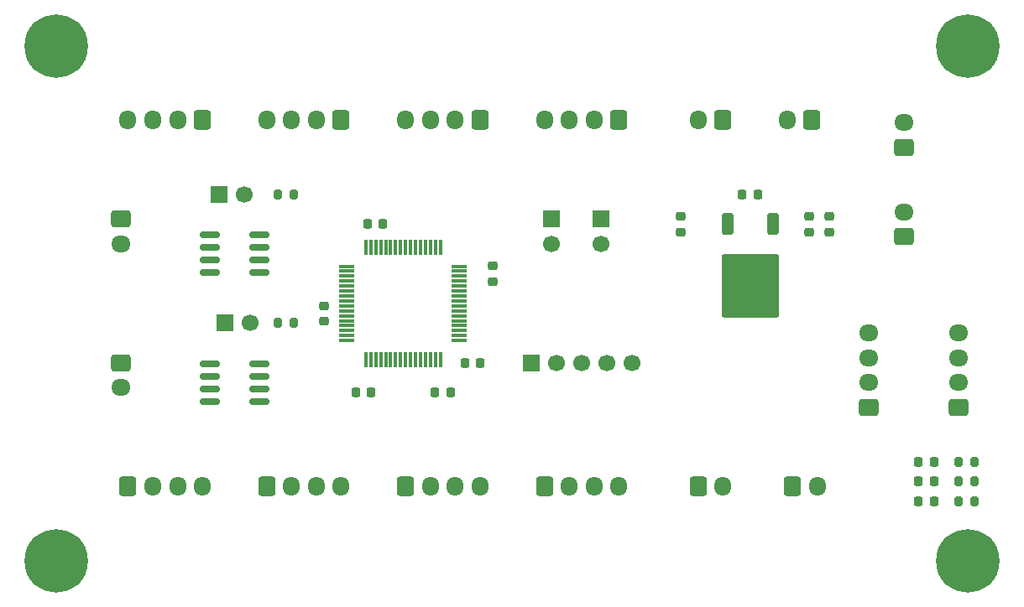
<source format=gbr>
%TF.GenerationSoftware,KiCad,Pcbnew,9.0.1*%
%TF.CreationDate,2025-05-30T13:12:11+09:00*%
%TF.ProjectId,Altair_MDD_V3,416c7461-6972-45f4-9d44-445f56332e6b,rev?*%
%TF.SameCoordinates,Original*%
%TF.FileFunction,Soldermask,Top*%
%TF.FilePolarity,Negative*%
%FSLAX46Y46*%
G04 Gerber Fmt 4.6, Leading zero omitted, Abs format (unit mm)*
G04 Created by KiCad (PCBNEW 9.0.1) date 2025-05-30 13:12:11*
%MOMM*%
%LPD*%
G01*
G04 APERTURE LIST*
G04 Aperture macros list*
%AMRoundRect*
0 Rectangle with rounded corners*
0 $1 Rounding radius*
0 $2 $3 $4 $5 $6 $7 $8 $9 X,Y pos of 4 corners*
0 Add a 4 corners polygon primitive as box body*
4,1,4,$2,$3,$4,$5,$6,$7,$8,$9,$2,$3,0*
0 Add four circle primitives for the rounded corners*
1,1,$1+$1,$2,$3*
1,1,$1+$1,$4,$5*
1,1,$1+$1,$6,$7*
1,1,$1+$1,$8,$9*
0 Add four rect primitives between the rounded corners*
20,1,$1+$1,$2,$3,$4,$5,0*
20,1,$1+$1,$4,$5,$6,$7,0*
20,1,$1+$1,$6,$7,$8,$9,0*
20,1,$1+$1,$8,$9,$2,$3,0*%
G04 Aperture macros list end*
%ADD10RoundRect,0.225000X0.250000X-0.225000X0.250000X0.225000X-0.250000X0.225000X-0.250000X-0.225000X0*%
%ADD11RoundRect,0.250000X0.600000X0.725000X-0.600000X0.725000X-0.600000X-0.725000X0.600000X-0.725000X0*%
%ADD12O,1.700000X1.950000*%
%ADD13RoundRect,0.218750X0.218750X0.256250X-0.218750X0.256250X-0.218750X-0.256250X0.218750X-0.256250X0*%
%ADD14R,1.700000X1.700000*%
%ADD15C,1.700000*%
%ADD16RoundRect,0.150000X0.825000X0.150000X-0.825000X0.150000X-0.825000X-0.150000X0.825000X-0.150000X0*%
%ADD17RoundRect,0.250000X0.725000X-0.600000X0.725000X0.600000X-0.725000X0.600000X-0.725000X-0.600000X0*%
%ADD18O,1.950000X1.700000*%
%ADD19RoundRect,0.200000X0.200000X0.275000X-0.200000X0.275000X-0.200000X-0.275000X0.200000X-0.275000X0*%
%ADD20RoundRect,0.225000X-0.250000X0.225000X-0.250000X-0.225000X0.250000X-0.225000X0.250000X0.225000X0*%
%ADD21RoundRect,0.225000X0.225000X0.250000X-0.225000X0.250000X-0.225000X-0.250000X0.225000X-0.250000X0*%
%ADD22RoundRect,0.250000X-0.600000X-0.725000X0.600000X-0.725000X0.600000X0.725000X-0.600000X0.725000X0*%
%ADD23C,0.800000*%
%ADD24C,6.400000*%
%ADD25RoundRect,0.250000X-0.350000X0.850000X-0.350000X-0.850000X0.350000X-0.850000X0.350000X0.850000X0*%
%ADD26RoundRect,0.249997X-2.650003X2.950003X-2.650003X-2.950003X2.650003X-2.950003X2.650003X2.950003X0*%
%ADD27RoundRect,0.075000X-0.700000X-0.075000X0.700000X-0.075000X0.700000X0.075000X-0.700000X0.075000X0*%
%ADD28RoundRect,0.075000X-0.075000X-0.700000X0.075000X-0.700000X0.075000X0.700000X-0.075000X0.700000X0*%
%ADD29RoundRect,0.225000X-0.225000X-0.250000X0.225000X-0.250000X0.225000X0.250000X-0.225000X0.250000X0*%
%ADD30RoundRect,0.250000X-0.725000X0.600000X-0.725000X-0.600000X0.725000X-0.600000X0.725000X0.600000X0*%
%ADD31RoundRect,0.200000X-0.200000X-0.275000X0.200000X-0.275000X0.200000X0.275000X-0.200000X0.275000X0*%
G04 APERTURE END LIST*
D10*
%TO.C,C4*%
X101000000Y-71775000D03*
X101000000Y-70225000D03*
%TD*%
D11*
%TO.C,J13*%
X102750000Y-51500000D03*
D12*
X100250000Y-51500000D03*
X97750000Y-51500000D03*
X95250000Y-51500000D03*
%TD*%
D13*
%TO.C,D1*%
X162575000Y-86000000D03*
X161000000Y-86000000D03*
%TD*%
D14*
%TO.C,J2*%
X129000000Y-61460000D03*
D15*
X129000000Y-64000000D03*
%TD*%
D16*
%TO.C,U3*%
X94475000Y-79905000D03*
X94475000Y-78635000D03*
X94475000Y-77365000D03*
X94475000Y-76095000D03*
X89525000Y-76095000D03*
X89525000Y-77365000D03*
X89525000Y-78635000D03*
X89525000Y-79905000D03*
%TD*%
D17*
%TO.C,J6*%
X159500000Y-54250000D03*
D18*
X159500000Y-51750000D03*
%TD*%
D19*
%TO.C,R1*%
X166650000Y-86000000D03*
X165000000Y-86000000D03*
%TD*%
D13*
%TO.C,D2*%
X144787500Y-59000000D03*
X143212500Y-59000000D03*
%TD*%
D19*
%TO.C,R5*%
X166650000Y-90000000D03*
X165000000Y-90000000D03*
%TD*%
%TO.C,R4*%
X166650000Y-88000000D03*
X165000000Y-88000000D03*
%TD*%
D20*
%TO.C,C6*%
X118000000Y-66225000D03*
X118000000Y-67775000D03*
%TD*%
D11*
%TO.C,J11*%
X150250000Y-51500000D03*
D12*
X147750000Y-51500000D03*
%TD*%
D21*
%TO.C,C1*%
X113775000Y-79000000D03*
X112225000Y-79000000D03*
%TD*%
D11*
%TO.C,J10*%
X141250000Y-51500000D03*
D12*
X138750000Y-51500000D03*
%TD*%
D22*
%TO.C,J20*%
X81250000Y-88500000D03*
D12*
X83750000Y-88500000D03*
X86250000Y-88500000D03*
X88750000Y-88500000D03*
%TD*%
D11*
%TO.C,J14*%
X116750000Y-51500000D03*
D12*
X114250000Y-51500000D03*
X111750000Y-51500000D03*
X109250000Y-51500000D03*
%TD*%
D23*
%TO.C,H2*%
X71600000Y-44000000D03*
X72302944Y-42302944D03*
X72302944Y-45697056D03*
X74000000Y-41600000D03*
D24*
X74000000Y-44000000D03*
D23*
X74000000Y-46400000D03*
X75697056Y-42302944D03*
X75697056Y-45697056D03*
X76400000Y-44000000D03*
%TD*%
D17*
%TO.C,J18*%
X165000000Y-80500000D03*
D18*
X165000000Y-78000000D03*
X165000000Y-75500000D03*
X165000000Y-73000000D03*
%TD*%
D20*
%TO.C,C7*%
X152000000Y-61225000D03*
X152000000Y-62775000D03*
%TD*%
D22*
%TO.C,J23*%
X123250000Y-88500000D03*
D12*
X125750000Y-88500000D03*
X128250000Y-88500000D03*
X130750000Y-88500000D03*
%TD*%
D14*
%TO.C,J4*%
X90460000Y-59000000D03*
D15*
X93000000Y-59000000D03*
%TD*%
D21*
%TO.C,C3*%
X105775000Y-79000000D03*
X104225000Y-79000000D03*
%TD*%
D17*
%TO.C,J19*%
X156000000Y-80500000D03*
D18*
X156000000Y-78000000D03*
X156000000Y-75500000D03*
X156000000Y-73000000D03*
%TD*%
D14*
%TO.C,J1*%
X124000000Y-61460000D03*
D15*
X124000000Y-64000000D03*
%TD*%
D22*
%TO.C,J9*%
X148300000Y-88500000D03*
D12*
X150800000Y-88500000D03*
%TD*%
D11*
%TO.C,J15*%
X130750000Y-51500000D03*
D12*
X128250000Y-51500000D03*
X125750000Y-51500000D03*
X123250000Y-51500000D03*
%TD*%
D25*
%TO.C,U4*%
X146280000Y-61960000D03*
D26*
X144000000Y-68260000D03*
D25*
X141720000Y-61960000D03*
%TD*%
D23*
%TO.C,H1*%
X71600000Y-96000000D03*
X72302944Y-94302944D03*
X72302944Y-97697056D03*
X74000000Y-93600000D03*
D24*
X74000000Y-96000000D03*
D23*
X74000000Y-98400000D03*
X75697056Y-94302944D03*
X75697056Y-97697056D03*
X76400000Y-96000000D03*
%TD*%
D14*
%TO.C,J5*%
X91000000Y-72000000D03*
D15*
X93540000Y-72000000D03*
%TD*%
D22*
%TO.C,J21*%
X95250000Y-88500000D03*
D12*
X97750000Y-88500000D03*
X100250000Y-88500000D03*
X102750000Y-88500000D03*
%TD*%
D22*
%TO.C,J22*%
X109250000Y-88500000D03*
D12*
X111750000Y-88500000D03*
X114250000Y-88500000D03*
X116750000Y-88500000D03*
%TD*%
D22*
%TO.C,J8*%
X138750000Y-88500000D03*
D12*
X141250000Y-88500000D03*
%TD*%
D23*
%TO.C,H4*%
X163600000Y-96000000D03*
X164302944Y-94302944D03*
X164302944Y-97697056D03*
X166000000Y-93600000D03*
D24*
X166000000Y-96000000D03*
D23*
X166000000Y-98400000D03*
X167697056Y-94302944D03*
X167697056Y-97697056D03*
X168400000Y-96000000D03*
%TD*%
D27*
%TO.C,U1*%
X103325000Y-66250000D03*
X103325000Y-66750000D03*
X103325000Y-67250000D03*
X103325000Y-67750000D03*
X103325000Y-68250000D03*
X103325000Y-68750000D03*
X103325000Y-69250000D03*
X103325000Y-69750000D03*
X103325000Y-70250000D03*
X103325000Y-70750000D03*
X103325000Y-71250000D03*
X103325000Y-71750000D03*
X103325000Y-72250000D03*
X103325000Y-72750000D03*
X103325000Y-73250000D03*
X103325000Y-73750000D03*
D28*
X105250000Y-75675000D03*
X105750000Y-75675000D03*
X106250000Y-75675000D03*
X106750000Y-75675000D03*
X107250000Y-75675000D03*
X107750000Y-75675000D03*
X108250000Y-75675000D03*
X108750000Y-75675000D03*
X109250000Y-75675000D03*
X109750000Y-75675000D03*
X110250000Y-75675000D03*
X110750000Y-75675000D03*
X111250000Y-75675000D03*
X111750000Y-75675000D03*
X112250000Y-75675000D03*
X112750000Y-75675000D03*
D27*
X114675000Y-73750000D03*
X114675000Y-73250000D03*
X114675000Y-72750000D03*
X114675000Y-72250000D03*
X114675000Y-71750000D03*
X114675000Y-71250000D03*
X114675000Y-70750000D03*
X114675000Y-70250000D03*
X114675000Y-69750000D03*
X114675000Y-69250000D03*
X114675000Y-68750000D03*
X114675000Y-68250000D03*
X114675000Y-67750000D03*
X114675000Y-67250000D03*
X114675000Y-66750000D03*
X114675000Y-66250000D03*
D28*
X112750000Y-64325000D03*
X112250000Y-64325000D03*
X111750000Y-64325000D03*
X111250000Y-64325000D03*
X110750000Y-64325000D03*
X110250000Y-64325000D03*
X109750000Y-64325000D03*
X109250000Y-64325000D03*
X108750000Y-64325000D03*
X108250000Y-64325000D03*
X107750000Y-64325000D03*
X107250000Y-64325000D03*
X106750000Y-64325000D03*
X106250000Y-64325000D03*
X105750000Y-64325000D03*
X105250000Y-64325000D03*
%TD*%
D29*
%TO.C,C2*%
X105384000Y-61976000D03*
X106934000Y-61976000D03*
%TD*%
D30*
%TO.C,J17*%
X80500000Y-76000000D03*
D18*
X80500000Y-78500000D03*
%TD*%
D13*
%TO.C,D3*%
X162575000Y-88000000D03*
X161000000Y-88000000D03*
%TD*%
D20*
%TO.C,C8*%
X150000000Y-61225000D03*
X150000000Y-62775000D03*
%TD*%
D14*
%TO.C,J3*%
X121920000Y-76000000D03*
D15*
X124460000Y-76000000D03*
X127000000Y-76000000D03*
X129540000Y-76000000D03*
X132080000Y-76000000D03*
%TD*%
D30*
%TO.C,J16*%
X80500000Y-61500000D03*
D18*
X80500000Y-64000000D03*
%TD*%
D31*
%TO.C,R3*%
X96350000Y-72000000D03*
X98000000Y-72000000D03*
%TD*%
D16*
%TO.C,U2*%
X94475000Y-66905000D03*
X94475000Y-65635000D03*
X94475000Y-64365000D03*
X94475000Y-63095000D03*
X89525000Y-63095000D03*
X89525000Y-64365000D03*
X89525000Y-65635000D03*
X89525000Y-66905000D03*
%TD*%
D11*
%TO.C,J12*%
X88750000Y-51500000D03*
D12*
X86250000Y-51500000D03*
X83750000Y-51500000D03*
X81250000Y-51500000D03*
%TD*%
D13*
%TO.C,D4*%
X162575000Y-90000000D03*
X161000000Y-90000000D03*
%TD*%
D20*
%TO.C,C9*%
X137000000Y-61225000D03*
X137000000Y-62775000D03*
%TD*%
D17*
%TO.C,J7*%
X159500000Y-63250000D03*
D18*
X159500000Y-60750000D03*
%TD*%
D29*
%TO.C,C5*%
X115225000Y-76000000D03*
X116775000Y-76000000D03*
%TD*%
D23*
%TO.C,H3*%
X163600000Y-44000000D03*
X164302944Y-42302944D03*
X164302944Y-45697056D03*
X166000000Y-41600000D03*
D24*
X166000000Y-44000000D03*
D23*
X166000000Y-46400000D03*
X167697056Y-42302944D03*
X167697056Y-45697056D03*
X168400000Y-44000000D03*
%TD*%
D31*
%TO.C,R2*%
X96350000Y-59000000D03*
X98000000Y-59000000D03*
%TD*%
M02*

</source>
